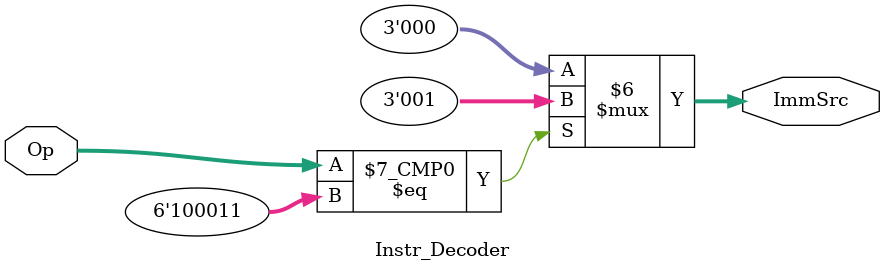
<source format=v>
module Instr_Decoder (
	input 	[5:0] Op,
	output reg	[2:0] ImmSrc
);

localparam LW 		= 	7'b0000011,
			  SW 		= 	7'b0100011,
			  BEQ		= 	7'b1100011,
			  I_ALU	= 	7'b0010011,
			  JAL		=	7'b1101111,
			  JALR	=	7'b1100111,
			  LUI		=	7'b0110111,
			  AUIPC	=	7'b0010111;
			  


always @(Op) begin
	case(Op)
	LW:		begin
					ImmSrc = 2'b000;
				end
	SW:		begin
					ImmSrc = 2'b001;
				end	
	BEQ:		begin
					ImmSrc = 2'b010;
				end
	I_ALU:	begin
					ImmSrc = 2'b000;
				end
	JAL:		begin
					ImmSrc = 2'b011;
				end
	JALR:		begin
					ImmSrc = 2'b000;
				end
	LUI:		begin
					ImmSrc = 2'b100;
				end
	AUIPC:	begin
					ImmSrc = 2'b100;
				end
	default:		ImmSrc = 2'b000;
	endcase
		

end

endmodule 
</source>
